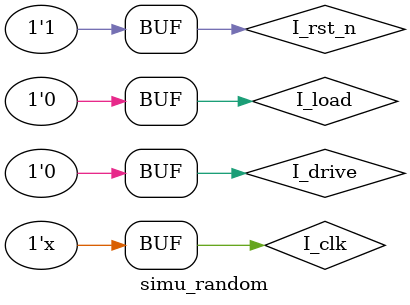
<source format=v>
module simu_random();
reg I_clk,I_rst_n;
reg I_drive,I_load;
wire [9:0] O_box_x;
wire [9:0] O_box_y;

random_box box(
    .I_clk(I_clk),
    .I_rst_n(I_rst_n),
    .I_drive(I_drive),
    .I_load(I_load),
    .O_box_x(O_box_x),
    .O_box_y(O_box_y)
);

initial I_clk=0;
always #5 I_clk=~I_clk; 

initial 
begin
    I_rst_n=1'b0;I_drive=1'b0;I_load=1'b0;
#20 I_rst_n=1'b1;I_load=1'b1;
#20 I_load=1'b0;
#20 I_drive=1'b1;
#20 I_drive=1'b0;
#20 I_drive=1'b1;
#20 I_drive=1'b0;
end

endmodule
</source>
